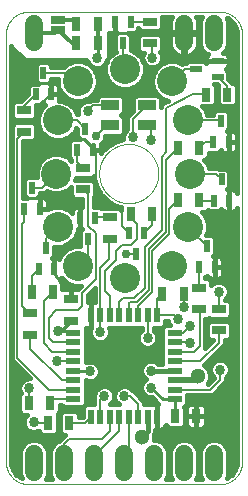
<source format=gtl>
G75*
%MOIN*%
%OFA0B0*%
%FSLAX25Y25*%
%IPPOS*%
%LPD*%
%AMOC8*
5,1,8,0,0,1.08239X$1,22.5*
%
%ADD10C,0.00000*%
%ADD11R,0.05000X0.02200*%
%ADD12R,0.02200X0.05000*%
%ADD13C,0.06000*%
%ADD14R,0.01969X0.03937*%
%ADD15R,0.04724X0.03150*%
%ADD16R,0.03150X0.04724*%
%ADD17R,0.03937X0.01969*%
%ADD18R,0.05906X0.03543*%
%ADD19C,0.10000*%
%ADD20R,0.05000X0.02500*%
%ADD21C,0.05118*%
%ADD22C,0.01200*%
%ADD23C,0.03369*%
%ADD24C,0.01000*%
%ADD25C,0.01600*%
%ADD26C,0.00800*%
%ADD27C,0.00600*%
%ADD28C,0.02975*%
%ADD29C,0.02000*%
D10*
X0001800Y0009513D02*
X0001800Y0151994D01*
X0001802Y0152175D01*
X0001809Y0152356D01*
X0001820Y0152537D01*
X0001835Y0152718D01*
X0001855Y0152898D01*
X0001879Y0153078D01*
X0001907Y0153257D01*
X0001940Y0153435D01*
X0001977Y0153612D01*
X0002018Y0153789D01*
X0002063Y0153964D01*
X0002113Y0154139D01*
X0002167Y0154312D01*
X0002225Y0154483D01*
X0002287Y0154654D01*
X0002354Y0154822D01*
X0002424Y0154989D01*
X0002498Y0155155D01*
X0002577Y0155318D01*
X0002659Y0155479D01*
X0002745Y0155639D01*
X0002835Y0155796D01*
X0002929Y0155951D01*
X0003026Y0156104D01*
X0003128Y0156254D01*
X0003232Y0156402D01*
X0003341Y0156548D01*
X0003452Y0156690D01*
X0003568Y0156830D01*
X0003686Y0156967D01*
X0003808Y0157102D01*
X0003933Y0157233D01*
X0004061Y0157361D01*
X0004192Y0157486D01*
X0004327Y0157608D01*
X0004464Y0157726D01*
X0004604Y0157842D01*
X0004746Y0157953D01*
X0004892Y0158062D01*
X0005040Y0158166D01*
X0005190Y0158268D01*
X0005343Y0158365D01*
X0005498Y0158459D01*
X0005655Y0158549D01*
X0005815Y0158635D01*
X0005976Y0158717D01*
X0006139Y0158796D01*
X0006305Y0158870D01*
X0006472Y0158940D01*
X0006640Y0159007D01*
X0006811Y0159069D01*
X0006982Y0159127D01*
X0007155Y0159181D01*
X0007330Y0159231D01*
X0007505Y0159276D01*
X0007682Y0159317D01*
X0007859Y0159354D01*
X0008037Y0159387D01*
X0008216Y0159415D01*
X0008396Y0159439D01*
X0008576Y0159459D01*
X0008757Y0159474D01*
X0008938Y0159485D01*
X0009119Y0159492D01*
X0009300Y0159494D01*
X0073040Y0159494D01*
X0073221Y0159492D01*
X0073402Y0159485D01*
X0073583Y0159474D01*
X0073764Y0159459D01*
X0073944Y0159439D01*
X0074124Y0159415D01*
X0074303Y0159387D01*
X0074481Y0159354D01*
X0074658Y0159317D01*
X0074835Y0159276D01*
X0075010Y0159231D01*
X0075185Y0159181D01*
X0075358Y0159127D01*
X0075529Y0159069D01*
X0075700Y0159007D01*
X0075868Y0158940D01*
X0076035Y0158870D01*
X0076201Y0158796D01*
X0076364Y0158717D01*
X0076525Y0158635D01*
X0076685Y0158549D01*
X0076842Y0158459D01*
X0076997Y0158365D01*
X0077150Y0158268D01*
X0077300Y0158166D01*
X0077448Y0158062D01*
X0077594Y0157953D01*
X0077736Y0157842D01*
X0077876Y0157726D01*
X0078013Y0157608D01*
X0078148Y0157486D01*
X0078279Y0157361D01*
X0078407Y0157233D01*
X0078532Y0157102D01*
X0078654Y0156967D01*
X0078772Y0156830D01*
X0078888Y0156690D01*
X0078999Y0156548D01*
X0079108Y0156402D01*
X0079212Y0156254D01*
X0079314Y0156104D01*
X0079411Y0155951D01*
X0079505Y0155796D01*
X0079595Y0155639D01*
X0079681Y0155479D01*
X0079763Y0155318D01*
X0079842Y0155155D01*
X0079916Y0154989D01*
X0079986Y0154822D01*
X0080053Y0154654D01*
X0080115Y0154483D01*
X0080173Y0154312D01*
X0080227Y0154139D01*
X0080277Y0153964D01*
X0080322Y0153789D01*
X0080363Y0153612D01*
X0080400Y0153435D01*
X0080433Y0153257D01*
X0080461Y0153078D01*
X0080485Y0152898D01*
X0080505Y0152718D01*
X0080520Y0152537D01*
X0080531Y0152356D01*
X0080538Y0152175D01*
X0080540Y0151994D01*
X0080540Y0009513D01*
X0080538Y0009332D01*
X0080531Y0009151D01*
X0080520Y0008970D01*
X0080505Y0008789D01*
X0080485Y0008609D01*
X0080461Y0008429D01*
X0080433Y0008250D01*
X0080400Y0008072D01*
X0080363Y0007895D01*
X0080322Y0007718D01*
X0080277Y0007543D01*
X0080227Y0007368D01*
X0080173Y0007195D01*
X0080115Y0007024D01*
X0080053Y0006853D01*
X0079986Y0006685D01*
X0079916Y0006518D01*
X0079842Y0006352D01*
X0079763Y0006189D01*
X0079681Y0006028D01*
X0079595Y0005868D01*
X0079505Y0005711D01*
X0079411Y0005556D01*
X0079314Y0005403D01*
X0079212Y0005253D01*
X0079108Y0005105D01*
X0078999Y0004959D01*
X0078888Y0004817D01*
X0078772Y0004677D01*
X0078654Y0004540D01*
X0078532Y0004405D01*
X0078407Y0004274D01*
X0078279Y0004146D01*
X0078148Y0004021D01*
X0078013Y0003899D01*
X0077876Y0003781D01*
X0077736Y0003665D01*
X0077594Y0003554D01*
X0077448Y0003445D01*
X0077300Y0003341D01*
X0077150Y0003239D01*
X0076997Y0003142D01*
X0076842Y0003048D01*
X0076685Y0002958D01*
X0076525Y0002872D01*
X0076364Y0002790D01*
X0076201Y0002711D01*
X0076035Y0002637D01*
X0075868Y0002567D01*
X0075700Y0002500D01*
X0075529Y0002438D01*
X0075358Y0002380D01*
X0075185Y0002326D01*
X0075010Y0002276D01*
X0074835Y0002231D01*
X0074658Y0002190D01*
X0074481Y0002153D01*
X0074303Y0002120D01*
X0074124Y0002092D01*
X0073944Y0002068D01*
X0073764Y0002048D01*
X0073583Y0002033D01*
X0073402Y0002022D01*
X0073221Y0002015D01*
X0073040Y0002013D01*
X0009300Y0002013D01*
X0009119Y0002015D01*
X0008938Y0002022D01*
X0008757Y0002033D01*
X0008576Y0002048D01*
X0008396Y0002068D01*
X0008216Y0002092D01*
X0008037Y0002120D01*
X0007859Y0002153D01*
X0007682Y0002190D01*
X0007505Y0002231D01*
X0007330Y0002276D01*
X0007155Y0002326D01*
X0006982Y0002380D01*
X0006811Y0002438D01*
X0006640Y0002500D01*
X0006472Y0002567D01*
X0006305Y0002637D01*
X0006139Y0002711D01*
X0005976Y0002790D01*
X0005815Y0002872D01*
X0005655Y0002958D01*
X0005498Y0003048D01*
X0005343Y0003142D01*
X0005190Y0003239D01*
X0005040Y0003341D01*
X0004892Y0003445D01*
X0004746Y0003554D01*
X0004604Y0003665D01*
X0004464Y0003781D01*
X0004327Y0003899D01*
X0004192Y0004021D01*
X0004061Y0004146D01*
X0003933Y0004274D01*
X0003808Y0004405D01*
X0003686Y0004540D01*
X0003568Y0004677D01*
X0003452Y0004817D01*
X0003341Y0004959D01*
X0003232Y0005105D01*
X0003128Y0005253D01*
X0003026Y0005403D01*
X0002929Y0005556D01*
X0002835Y0005711D01*
X0002745Y0005868D01*
X0002659Y0006028D01*
X0002577Y0006189D01*
X0002498Y0006352D01*
X0002424Y0006518D01*
X0002354Y0006685D01*
X0002287Y0006853D01*
X0002225Y0007024D01*
X0002167Y0007195D01*
X0002113Y0007368D01*
X0002063Y0007543D01*
X0002018Y0007718D01*
X0001977Y0007895D01*
X0001940Y0008072D01*
X0001907Y0008250D01*
X0001879Y0008429D01*
X0001855Y0008609D01*
X0001835Y0008789D01*
X0001820Y0008970D01*
X0001809Y0009151D01*
X0001802Y0009332D01*
X0001800Y0009513D01*
X0032902Y0105557D02*
X0032905Y0105799D01*
X0032914Y0106040D01*
X0032929Y0106281D01*
X0032949Y0106522D01*
X0032976Y0106762D01*
X0033009Y0107001D01*
X0033047Y0107240D01*
X0033091Y0107477D01*
X0033141Y0107714D01*
X0033197Y0107949D01*
X0033259Y0108182D01*
X0033326Y0108414D01*
X0033399Y0108645D01*
X0033477Y0108873D01*
X0033562Y0109099D01*
X0033651Y0109324D01*
X0033746Y0109546D01*
X0033847Y0109765D01*
X0033953Y0109983D01*
X0034064Y0110197D01*
X0034181Y0110409D01*
X0034302Y0110617D01*
X0034429Y0110823D01*
X0034561Y0111025D01*
X0034698Y0111225D01*
X0034839Y0111420D01*
X0034985Y0111613D01*
X0035136Y0111801D01*
X0035292Y0111986D01*
X0035452Y0112167D01*
X0035616Y0112344D01*
X0035785Y0112517D01*
X0035958Y0112686D01*
X0036135Y0112850D01*
X0036316Y0113010D01*
X0036501Y0113166D01*
X0036689Y0113317D01*
X0036882Y0113463D01*
X0037077Y0113604D01*
X0037277Y0113741D01*
X0037479Y0113873D01*
X0037685Y0114000D01*
X0037893Y0114121D01*
X0038105Y0114238D01*
X0038319Y0114349D01*
X0038537Y0114455D01*
X0038756Y0114556D01*
X0038978Y0114651D01*
X0039203Y0114740D01*
X0039429Y0114825D01*
X0039657Y0114903D01*
X0039888Y0114976D01*
X0040120Y0115043D01*
X0040353Y0115105D01*
X0040588Y0115161D01*
X0040825Y0115211D01*
X0041062Y0115255D01*
X0041301Y0115293D01*
X0041540Y0115326D01*
X0041780Y0115353D01*
X0042021Y0115373D01*
X0042262Y0115388D01*
X0042503Y0115397D01*
X0042745Y0115400D01*
X0042987Y0115397D01*
X0043228Y0115388D01*
X0043469Y0115373D01*
X0043710Y0115353D01*
X0043950Y0115326D01*
X0044189Y0115293D01*
X0044428Y0115255D01*
X0044665Y0115211D01*
X0044902Y0115161D01*
X0045137Y0115105D01*
X0045370Y0115043D01*
X0045602Y0114976D01*
X0045833Y0114903D01*
X0046061Y0114825D01*
X0046287Y0114740D01*
X0046512Y0114651D01*
X0046734Y0114556D01*
X0046953Y0114455D01*
X0047171Y0114349D01*
X0047385Y0114238D01*
X0047597Y0114121D01*
X0047805Y0114000D01*
X0048011Y0113873D01*
X0048213Y0113741D01*
X0048413Y0113604D01*
X0048608Y0113463D01*
X0048801Y0113317D01*
X0048989Y0113166D01*
X0049174Y0113010D01*
X0049355Y0112850D01*
X0049532Y0112686D01*
X0049705Y0112517D01*
X0049874Y0112344D01*
X0050038Y0112167D01*
X0050198Y0111986D01*
X0050354Y0111801D01*
X0050505Y0111613D01*
X0050651Y0111420D01*
X0050792Y0111225D01*
X0050929Y0111025D01*
X0051061Y0110823D01*
X0051188Y0110617D01*
X0051309Y0110409D01*
X0051426Y0110197D01*
X0051537Y0109983D01*
X0051643Y0109765D01*
X0051744Y0109546D01*
X0051839Y0109324D01*
X0051928Y0109099D01*
X0052013Y0108873D01*
X0052091Y0108645D01*
X0052164Y0108414D01*
X0052231Y0108182D01*
X0052293Y0107949D01*
X0052349Y0107714D01*
X0052399Y0107477D01*
X0052443Y0107240D01*
X0052481Y0107001D01*
X0052514Y0106762D01*
X0052541Y0106522D01*
X0052561Y0106281D01*
X0052576Y0106040D01*
X0052585Y0105799D01*
X0052588Y0105557D01*
X0052585Y0105315D01*
X0052576Y0105074D01*
X0052561Y0104833D01*
X0052541Y0104592D01*
X0052514Y0104352D01*
X0052481Y0104113D01*
X0052443Y0103874D01*
X0052399Y0103637D01*
X0052349Y0103400D01*
X0052293Y0103165D01*
X0052231Y0102932D01*
X0052164Y0102700D01*
X0052091Y0102469D01*
X0052013Y0102241D01*
X0051928Y0102015D01*
X0051839Y0101790D01*
X0051744Y0101568D01*
X0051643Y0101349D01*
X0051537Y0101131D01*
X0051426Y0100917D01*
X0051309Y0100705D01*
X0051188Y0100497D01*
X0051061Y0100291D01*
X0050929Y0100089D01*
X0050792Y0099889D01*
X0050651Y0099694D01*
X0050505Y0099501D01*
X0050354Y0099313D01*
X0050198Y0099128D01*
X0050038Y0098947D01*
X0049874Y0098770D01*
X0049705Y0098597D01*
X0049532Y0098428D01*
X0049355Y0098264D01*
X0049174Y0098104D01*
X0048989Y0097948D01*
X0048801Y0097797D01*
X0048608Y0097651D01*
X0048413Y0097510D01*
X0048213Y0097373D01*
X0048011Y0097241D01*
X0047805Y0097114D01*
X0047597Y0096993D01*
X0047385Y0096876D01*
X0047171Y0096765D01*
X0046953Y0096659D01*
X0046734Y0096558D01*
X0046512Y0096463D01*
X0046287Y0096374D01*
X0046061Y0096289D01*
X0045833Y0096211D01*
X0045602Y0096138D01*
X0045370Y0096071D01*
X0045137Y0096009D01*
X0044902Y0095953D01*
X0044665Y0095903D01*
X0044428Y0095859D01*
X0044189Y0095821D01*
X0043950Y0095788D01*
X0043710Y0095761D01*
X0043469Y0095741D01*
X0043228Y0095726D01*
X0042987Y0095717D01*
X0042745Y0095714D01*
X0042503Y0095717D01*
X0042262Y0095726D01*
X0042021Y0095741D01*
X0041780Y0095761D01*
X0041540Y0095788D01*
X0041301Y0095821D01*
X0041062Y0095859D01*
X0040825Y0095903D01*
X0040588Y0095953D01*
X0040353Y0096009D01*
X0040120Y0096071D01*
X0039888Y0096138D01*
X0039657Y0096211D01*
X0039429Y0096289D01*
X0039203Y0096374D01*
X0038978Y0096463D01*
X0038756Y0096558D01*
X0038537Y0096659D01*
X0038319Y0096765D01*
X0038105Y0096876D01*
X0037893Y0096993D01*
X0037685Y0097114D01*
X0037479Y0097241D01*
X0037277Y0097373D01*
X0037077Y0097510D01*
X0036882Y0097651D01*
X0036689Y0097797D01*
X0036501Y0097948D01*
X0036316Y0098104D01*
X0036135Y0098264D01*
X0035958Y0098428D01*
X0035785Y0098597D01*
X0035616Y0098770D01*
X0035452Y0098947D01*
X0035292Y0099128D01*
X0035136Y0099313D01*
X0034985Y0099501D01*
X0034839Y0099694D01*
X0034698Y0099889D01*
X0034561Y0100089D01*
X0034429Y0100291D01*
X0034302Y0100497D01*
X0034181Y0100705D01*
X0034064Y0100917D01*
X0033953Y0101131D01*
X0033847Y0101349D01*
X0033746Y0101568D01*
X0033651Y0101790D01*
X0033562Y0102015D01*
X0033477Y0102241D01*
X0033399Y0102469D01*
X0033326Y0102700D01*
X0033259Y0102932D01*
X0033197Y0103165D01*
X0033141Y0103400D01*
X0033091Y0103637D01*
X0033047Y0103874D01*
X0033009Y0104113D01*
X0032976Y0104352D01*
X0032949Y0104592D01*
X0032929Y0104833D01*
X0032914Y0105074D01*
X0032905Y0105315D01*
X0032902Y0105557D01*
D11*
X0024270Y0052407D03*
X0024270Y0049257D03*
X0024270Y0046108D03*
X0024270Y0042958D03*
X0024270Y0039809D03*
X0024270Y0036659D03*
X0024270Y0033509D03*
X0024270Y0030360D03*
X0058070Y0030360D03*
X0058070Y0033509D03*
X0058070Y0036659D03*
X0058070Y0039809D03*
X0058070Y0042958D03*
X0058070Y0046108D03*
X0058070Y0049257D03*
X0058070Y0052407D03*
D12*
X0052194Y0058283D03*
X0049044Y0058283D03*
X0045894Y0058283D03*
X0042745Y0058283D03*
X0039595Y0058283D03*
X0036446Y0058283D03*
X0033296Y0058283D03*
X0030146Y0058283D03*
X0030146Y0024483D03*
X0033296Y0024483D03*
X0036446Y0024483D03*
X0039595Y0024483D03*
X0042745Y0024483D03*
X0045894Y0024483D03*
X0049044Y0024483D03*
X0052194Y0024483D03*
D13*
X0051170Y0012100D02*
X0051170Y0006100D01*
X0061170Y0006100D02*
X0061170Y0012100D01*
X0071170Y0012100D02*
X0071170Y0006100D01*
X0041170Y0006100D02*
X0041170Y0012100D01*
X0031170Y0012100D02*
X0031170Y0006100D01*
X0021170Y0006100D02*
X0021170Y0012100D01*
X0011170Y0012100D02*
X0011170Y0006100D01*
X0011170Y0149407D02*
X0011170Y0155407D01*
X0061170Y0155407D02*
X0061170Y0149407D01*
X0071170Y0149407D02*
X0071170Y0155407D01*
D14*
X0073473Y0123159D03*
X0070914Y0116072D03*
X0076032Y0116072D03*
X0073666Y0103639D03*
X0071107Y0096553D03*
X0076225Y0096553D03*
X0068824Y0081360D03*
X0071383Y0074273D03*
X0066265Y0074273D03*
X0047859Y0085757D03*
X0045300Y0078670D03*
X0042741Y0085757D03*
X0031643Y0090754D03*
X0029083Y0083667D03*
X0026524Y0090754D03*
X0017833Y0073653D03*
X0015274Y0080739D03*
X0012715Y0073653D03*
X0013086Y0093813D03*
X0010527Y0100899D03*
X0007968Y0093813D03*
X0025556Y0113470D03*
X0028115Y0120557D03*
X0030674Y0113470D03*
X0016859Y0131970D03*
X0014300Y0139057D03*
X0011741Y0131970D03*
X0038241Y0156057D03*
X0040800Y0148970D03*
X0043359Y0156057D03*
D15*
X0049918Y0156143D03*
X0049918Y0149057D03*
X0027558Y0107361D03*
X0027558Y0100274D03*
X0036517Y0090949D03*
X0036517Y0083862D03*
X0023500Y0063657D03*
X0023500Y0056570D03*
X0009774Y0058919D03*
X0009774Y0051832D03*
X0007922Y0119557D03*
X0007922Y0126643D03*
X0066292Y0067433D03*
X0066292Y0060346D03*
X0072800Y0060357D03*
X0072800Y0053270D03*
D16*
X0061043Y0065513D03*
X0053957Y0065513D03*
X0050543Y0092013D03*
X0043457Y0092013D03*
X0059060Y0096647D03*
X0066146Y0096647D03*
X0066206Y0114147D03*
X0059119Y0114147D03*
X0068501Y0131872D03*
X0075587Y0131872D03*
X0032343Y0149013D03*
X0032343Y0155513D03*
X0025257Y0155513D03*
X0025257Y0149013D03*
X0017440Y0066187D03*
X0010354Y0066187D03*
X0009457Y0029113D03*
X0015857Y0022513D03*
X0016543Y0029113D03*
X0022943Y0022513D03*
X0058157Y0024713D03*
X0065243Y0024713D03*
D17*
X0072343Y0137899D03*
X0072343Y0143017D03*
X0065257Y0140458D03*
D18*
X0048847Y0128285D03*
X0048847Y0121592D03*
X0036643Y0121592D03*
X0036643Y0128285D03*
D19*
X0041495Y0140271D03*
X0057243Y0136334D03*
X0062617Y0123273D03*
X0063117Y0105557D03*
X0062617Y0087840D03*
X0057243Y0074779D03*
X0041495Y0070842D03*
X0025747Y0074779D03*
X0019123Y0087840D03*
X0018623Y0105557D03*
X0019123Y0123273D03*
X0025747Y0136334D03*
D20*
X0019300Y0153413D03*
X0019300Y0156613D03*
D21*
X0065800Y0038013D03*
X0047000Y0017813D03*
D22*
X0032343Y0149013D02*
X0032343Y0155513D01*
X0025257Y0155513D02*
X0024157Y0156613D01*
X0019300Y0156613D01*
X0019300Y0153413D02*
X0018294Y0152407D01*
X0011170Y0152407D01*
X0019300Y0153413D02*
X0023700Y0149013D01*
X0025257Y0149013D01*
D23*
X0032200Y0144013D03*
X0029000Y0126413D03*
X0044200Y0117613D03*
X0050000Y0116613D03*
X0050600Y0144213D03*
X0072800Y0066213D03*
X0063200Y0054613D03*
X0063200Y0049213D03*
X0059000Y0057213D03*
X0061000Y0061213D03*
X0050200Y0039813D03*
X0050200Y0034213D03*
X0049000Y0050813D03*
X0040400Y0052613D03*
X0033200Y0052613D03*
X0029800Y0039613D03*
X0034600Y0031413D03*
X0041200Y0031413D03*
X0019000Y0053213D03*
X0018800Y0043013D03*
X0009600Y0034013D03*
X0011000Y0022613D03*
X0073200Y0040213D03*
D24*
X0058070Y0030360D02*
X0058070Y0024800D01*
X0058157Y0024713D01*
X0058070Y0030360D02*
X0054054Y0030360D01*
X0050200Y0034213D01*
X0029800Y0039613D02*
X0029605Y0039809D01*
X0024270Y0039809D01*
X0024270Y0052407D02*
X0023464Y0053213D01*
X0019000Y0053213D01*
X0020143Y0053213D01*
X0023500Y0056570D01*
X0023500Y0063657D02*
X0023500Y0066113D01*
X0018000Y0071613D01*
X0018000Y0073486D01*
X0017833Y0073653D01*
X0013086Y0093813D02*
X0013086Y0097413D01*
X0007800Y0097413D01*
X0007800Y0115013D01*
X0012302Y0115013D01*
X0021200Y0115013D01*
X0023200Y0117013D01*
X0027800Y0117013D01*
X0030674Y0114139D01*
X0030674Y0113470D01*
X0016859Y0131970D02*
X0016859Y0135813D01*
X0006400Y0135813D01*
X0032200Y0144013D02*
X0032343Y0144157D01*
X0032343Y0149013D01*
X0038241Y0152407D02*
X0038241Y0156057D01*
X0038241Y0152407D02*
X0061170Y0152407D01*
D25*
X0004043Y0006835D02*
X0005128Y0005341D01*
X0006621Y0004256D01*
X0007007Y0004131D01*
X0006570Y0005185D01*
X0006570Y0013015D01*
X0007270Y0014706D01*
X0008564Y0016000D01*
X0010255Y0016700D01*
X0012085Y0016700D01*
X0013776Y0016000D01*
X0015070Y0014706D01*
X0015770Y0013015D01*
X0015770Y0005185D01*
X0015119Y0003613D01*
X0017221Y0003613D01*
X0016570Y0005185D01*
X0016570Y0013015D01*
X0017270Y0014706D01*
X0018564Y0016000D01*
X0019236Y0016278D01*
X0020800Y0017842D01*
X0021509Y0018551D01*
X0020706Y0018551D01*
X0019769Y0019488D01*
X0019769Y0025538D01*
X0020706Y0026476D01*
X0025181Y0026476D01*
X0026118Y0025538D01*
X0026118Y0024413D01*
X0027389Y0024413D01*
X0027446Y0024470D01*
X0027446Y0027646D01*
X0028384Y0028583D01*
X0031296Y0028583D01*
X0031296Y0030938D01*
X0031316Y0030958D01*
X0031316Y0032067D01*
X0031816Y0033274D01*
X0032740Y0034198D01*
X0033947Y0034698D01*
X0035253Y0034698D01*
X0036460Y0034198D01*
X0037384Y0033274D01*
X0037884Y0032067D01*
X0037884Y0030760D01*
X0037384Y0029553D01*
X0036460Y0028629D01*
X0036350Y0028583D01*
X0039450Y0028583D01*
X0039340Y0028629D01*
X0038416Y0029553D01*
X0037916Y0030760D01*
X0037916Y0032067D01*
X0038416Y0033274D01*
X0039340Y0034198D01*
X0040547Y0034698D01*
X0041853Y0034698D01*
X0043060Y0034198D01*
X0043845Y0033413D01*
X0044028Y0033413D01*
X0045200Y0032242D01*
X0047894Y0029547D01*
X0047894Y0028583D01*
X0050265Y0028583D01*
X0050399Y0028661D01*
X0050857Y0028783D01*
X0052194Y0028783D01*
X0052194Y0024484D01*
X0052194Y0024484D01*
X0052194Y0028783D01*
X0052660Y0028783D01*
X0050514Y0030929D01*
X0049547Y0030929D01*
X0048340Y0031429D01*
X0047416Y0032353D01*
X0046916Y0033560D01*
X0046916Y0034867D01*
X0047416Y0036074D01*
X0048340Y0036998D01*
X0048378Y0037013D01*
X0048340Y0037029D01*
X0047416Y0037953D01*
X0046916Y0039160D01*
X0046916Y0040467D01*
X0047416Y0041674D01*
X0048340Y0042598D01*
X0049547Y0043098D01*
X0050853Y0043098D01*
X0052060Y0042598D01*
X0052449Y0042209D01*
X0053970Y0042209D01*
X0053970Y0054170D01*
X0054907Y0055107D01*
X0056462Y0055107D01*
X0056216Y0055353D01*
X0055789Y0056383D01*
X0054894Y0056383D01*
X0054894Y0055121D01*
X0053956Y0054183D01*
X0051044Y0054183D01*
X0051044Y0053414D01*
X0051784Y0052674D01*
X0052284Y0051467D01*
X0052284Y0050160D01*
X0051784Y0048953D01*
X0050860Y0048029D01*
X0049653Y0047529D01*
X0048347Y0047529D01*
X0047140Y0048029D01*
X0046216Y0048953D01*
X0045716Y0050160D01*
X0045716Y0051467D01*
X0046216Y0052674D01*
X0047044Y0053502D01*
X0047044Y0054183D01*
X0036104Y0054183D01*
X0036484Y0053267D01*
X0036484Y0051960D01*
X0035984Y0050753D01*
X0035060Y0049829D01*
X0033853Y0049329D01*
X0032547Y0049329D01*
X0031340Y0049829D01*
X0030416Y0050753D01*
X0029916Y0051960D01*
X0029916Y0053267D01*
X0030213Y0053983D01*
X0030147Y0053983D01*
X0030147Y0058283D01*
X0030146Y0058283D01*
X0030146Y0053983D01*
X0028809Y0053983D01*
X0028370Y0054101D01*
X0028370Y0042576D01*
X0029147Y0042898D01*
X0030453Y0042898D01*
X0031660Y0042398D01*
X0032584Y0041474D01*
X0033084Y0040267D01*
X0033084Y0038960D01*
X0032584Y0037753D01*
X0031660Y0036829D01*
X0030453Y0036329D01*
X0029147Y0036329D01*
X0028370Y0036651D01*
X0028370Y0028597D01*
X0027433Y0027660D01*
X0021107Y0027660D01*
X0020307Y0028460D01*
X0019718Y0028460D01*
X0019718Y0026088D01*
X0019031Y0025402D01*
X0019031Y0019488D01*
X0018094Y0018551D01*
X0013619Y0018551D01*
X0012682Y0019488D01*
X0012682Y0019755D01*
X0011653Y0019329D01*
X0010347Y0019329D01*
X0009140Y0019829D01*
X0008216Y0020753D01*
X0007716Y0021960D01*
X0007716Y0023267D01*
X0008216Y0024474D01*
X0008893Y0025151D01*
X0007219Y0025151D01*
X0006282Y0026088D01*
X0006282Y0032138D01*
X0006664Y0032520D01*
X0006316Y0033360D01*
X0006316Y0034667D01*
X0006816Y0035874D01*
X0007740Y0036798D01*
X0008947Y0037298D01*
X0009829Y0037298D01*
X0004813Y0042313D01*
X0003700Y0043426D01*
X0003700Y0118022D01*
X0003960Y0118281D01*
X0003960Y0121794D01*
X0004897Y0122731D01*
X0010947Y0122731D01*
X0011884Y0121794D01*
X0011884Y0117319D01*
X0010947Y0116382D01*
X0007500Y0116382D01*
X0007500Y0097381D01*
X0008829Y0097381D01*
X0007943Y0098268D01*
X0007943Y0103530D01*
X0008880Y0104468D01*
X0012023Y0104468D01*
X0012023Y0106870D01*
X0013028Y0109295D01*
X0014884Y0111152D01*
X0017310Y0112157D01*
X0019936Y0112157D01*
X0022361Y0111152D01*
X0023656Y0109857D01*
X0023656Y0110155D01*
X0022972Y0110839D01*
X0022972Y0116101D01*
X0023909Y0117039D01*
X0026418Y0117039D01*
X0025531Y0117925D01*
X0025531Y0120313D01*
X0025184Y0120659D01*
X0024718Y0119535D01*
X0022861Y0117678D01*
X0020436Y0116673D01*
X0017810Y0116673D01*
X0015384Y0117678D01*
X0013528Y0119535D01*
X0012523Y0121960D01*
X0012523Y0124586D01*
X0013528Y0127012D01*
X0014964Y0128449D01*
X0014770Y0128561D01*
X0014434Y0128896D01*
X0014232Y0129246D01*
X0013388Y0128402D01*
X0011884Y0128402D01*
X0011884Y0124406D01*
X0010947Y0123469D01*
X0004897Y0123469D01*
X0003960Y0124406D01*
X0003960Y0128881D01*
X0004897Y0129818D01*
X0006902Y0129818D01*
X0009157Y0132073D01*
X0009157Y0134601D01*
X0010094Y0135539D01*
X0012603Y0135539D01*
X0011716Y0136425D01*
X0011716Y0141688D01*
X0012653Y0142625D01*
X0015947Y0142625D01*
X0016884Y0141688D01*
X0016884Y0141057D01*
X0021135Y0141057D01*
X0022008Y0141929D01*
X0024434Y0142934D01*
X0027060Y0142934D01*
X0029485Y0141929D01*
X0031342Y0140073D01*
X0032347Y0137647D01*
X0032347Y0135021D01*
X0031342Y0132596D01*
X0029485Y0130739D01*
X0027060Y0129734D01*
X0024434Y0129734D01*
X0022008Y0130739D01*
X0020152Y0132596D01*
X0019643Y0133823D01*
X0019643Y0131970D01*
X0016859Y0131970D01*
X0016859Y0131970D01*
X0016859Y0135739D01*
X0016197Y0135739D01*
X0016884Y0136425D01*
X0016884Y0137057D01*
X0019147Y0137057D01*
X0019147Y0135181D01*
X0018949Y0135379D01*
X0018538Y0135616D01*
X0018080Y0135739D01*
X0016859Y0135739D01*
X0016859Y0131970D01*
X0016859Y0131970D01*
X0019643Y0131970D01*
X0019643Y0129873D01*
X0020436Y0129873D01*
X0022861Y0128868D01*
X0024718Y0127012D01*
X0025438Y0125273D01*
X0025917Y0125273D01*
X0025716Y0125760D01*
X0025716Y0127067D01*
X0026216Y0128274D01*
X0027140Y0129198D01*
X0028347Y0129698D01*
X0029597Y0129698D01*
X0030085Y0130185D01*
X0032090Y0130185D01*
X0032090Y0130719D01*
X0033027Y0131657D01*
X0040258Y0131657D01*
X0041195Y0130719D01*
X0041195Y0125851D01*
X0040283Y0124939D01*
X0041195Y0124027D01*
X0041195Y0119158D01*
X0040258Y0118220D01*
X0034887Y0118220D01*
X0034887Y0117399D01*
X0034417Y0116265D01*
X0033549Y0115396D01*
X0033458Y0115358D01*
X0033458Y0113470D01*
X0030674Y0113470D01*
X0030674Y0113470D01*
X0033458Y0113470D01*
X0033458Y0112357D01*
X0033589Y0112583D01*
X0035719Y0114713D01*
X0038328Y0116219D01*
X0040933Y0116917D01*
X0040916Y0116960D01*
X0040916Y0118267D01*
X0041416Y0119474D01*
X0042300Y0120358D01*
X0042300Y0124425D01*
X0044294Y0126419D01*
X0044294Y0130719D01*
X0045232Y0131657D01*
X0052463Y0131657D01*
X0053400Y0130719D01*
X0053400Y0127822D01*
X0053400Y0127822D01*
X0053400Y0128300D01*
X0053639Y0128540D01*
X0053746Y0128861D01*
X0054175Y0129075D01*
X0054513Y0129413D01*
X0054851Y0129413D01*
X0055691Y0129833D01*
X0053504Y0130739D01*
X0051648Y0132596D01*
X0050643Y0135021D01*
X0050643Y0137647D01*
X0051648Y0140073D01*
X0053504Y0141929D01*
X0055930Y0142934D01*
X0058556Y0142934D01*
X0060394Y0142173D01*
X0060580Y0142358D01*
X0061941Y0142358D01*
X0062625Y0143043D01*
X0067888Y0143043D01*
X0068575Y0142356D01*
X0068575Y0143017D01*
X0072343Y0143017D01*
X0072343Y0143017D01*
X0068575Y0143017D01*
X0068575Y0144239D01*
X0068697Y0144696D01*
X0068934Y0145107D01*
X0069109Y0145282D01*
X0068564Y0145507D01*
X0067270Y0146801D01*
X0066570Y0148492D01*
X0066570Y0156322D01*
X0067221Y0157894D01*
X0065290Y0157894D01*
X0065618Y0157250D01*
X0065852Y0156531D01*
X0065970Y0155785D01*
X0065970Y0152607D01*
X0061370Y0152607D01*
X0061370Y0152207D01*
X0061370Y0144607D01*
X0061548Y0144607D01*
X0062294Y0144725D01*
X0063013Y0144959D01*
X0063686Y0145302D01*
X0064297Y0145746D01*
X0064831Y0146280D01*
X0065275Y0146891D01*
X0065618Y0147565D01*
X0065852Y0148283D01*
X0065970Y0149029D01*
X0065970Y0152207D01*
X0061370Y0152207D01*
X0060970Y0152207D01*
X0060970Y0144607D01*
X0060792Y0144607D01*
X0060046Y0144725D01*
X0059328Y0144959D01*
X0058654Y0145302D01*
X0058043Y0145746D01*
X0057509Y0146280D01*
X0057065Y0146891D01*
X0056722Y0147565D01*
X0056488Y0148283D01*
X0056370Y0149029D01*
X0056370Y0152207D01*
X0060970Y0152207D01*
X0060970Y0152607D01*
X0056370Y0152607D01*
X0056370Y0155785D01*
X0056488Y0156531D01*
X0056722Y0157250D01*
X0057050Y0157894D01*
X0053880Y0157894D01*
X0053880Y0153906D01*
X0052943Y0152969D01*
X0046893Y0152969D01*
X0045956Y0153906D01*
X0045956Y0154157D01*
X0045943Y0154157D01*
X0045943Y0153425D01*
X0045006Y0152488D01*
X0042497Y0152488D01*
X0043384Y0151601D01*
X0043384Y0146632D01*
X0045233Y0145866D01*
X0047090Y0144010D01*
X0048095Y0141584D01*
X0048095Y0138958D01*
X0047090Y0136533D01*
X0045233Y0134676D01*
X0042808Y0133671D01*
X0040182Y0133671D01*
X0037756Y0134676D01*
X0035900Y0136533D01*
X0034895Y0138958D01*
X0034895Y0141584D01*
X0035628Y0143355D01*
X0035379Y0143105D01*
X0034984Y0142153D01*
X0034060Y0141229D01*
X0032853Y0140729D01*
X0031547Y0140729D01*
X0030340Y0141229D01*
X0029416Y0142153D01*
X0029163Y0142764D01*
X0028613Y0143313D01*
X0008013Y0143313D01*
X0003613Y0147713D01*
X0003400Y0147926D01*
X0003400Y0009513D01*
X0003473Y0008590D01*
X0004043Y0006835D01*
X0004062Y0006809D02*
X0006570Y0006809D01*
X0006570Y0008407D02*
X0003532Y0008407D01*
X0003400Y0010006D02*
X0006570Y0010006D01*
X0006570Y0011604D02*
X0003400Y0011604D01*
X0003400Y0013203D02*
X0006648Y0013203D01*
X0007366Y0014801D02*
X0003400Y0014801D01*
X0003400Y0016400D02*
X0009531Y0016400D01*
X0009700Y0019597D02*
X0003400Y0019597D01*
X0003400Y0017998D02*
X0020957Y0017998D01*
X0019769Y0019597D02*
X0019031Y0019597D01*
X0019031Y0021196D02*
X0019769Y0021196D01*
X0019769Y0022794D02*
X0019031Y0022794D01*
X0019031Y0024393D02*
X0019769Y0024393D01*
X0019621Y0025991D02*
X0020221Y0025991D01*
X0019718Y0027590D02*
X0027446Y0027590D01*
X0027446Y0025991D02*
X0025665Y0025991D01*
X0028370Y0029188D02*
X0031296Y0029188D01*
X0031296Y0030787D02*
X0028370Y0030787D01*
X0028370Y0032385D02*
X0031448Y0032385D01*
X0032526Y0033984D02*
X0028370Y0033984D01*
X0028370Y0035582D02*
X0047212Y0035582D01*
X0046916Y0033984D02*
X0043274Y0033984D01*
X0045057Y0032385D02*
X0047402Y0032385D01*
X0046655Y0030787D02*
X0050657Y0030787D01*
X0052255Y0029188D02*
X0047894Y0029188D01*
X0049044Y0024483D02*
X0049044Y0019857D01*
X0047000Y0017813D01*
X0051041Y0016700D02*
X0051159Y0016986D01*
X0051159Y0018641D01*
X0051148Y0018666D01*
X0051444Y0019380D01*
X0051444Y0020183D01*
X0052194Y0020183D01*
X0053531Y0020183D01*
X0053988Y0020306D01*
X0054399Y0020543D01*
X0054734Y0020878D01*
X0054971Y0021289D01*
X0055058Y0021613D01*
X0055919Y0020751D01*
X0060394Y0020751D01*
X0061331Y0021688D01*
X0061331Y0027738D01*
X0061321Y0027748D01*
X0062170Y0028597D01*
X0062170Y0031609D01*
X0070683Y0031609D01*
X0071796Y0032722D01*
X0073987Y0034913D01*
X0075100Y0036026D01*
X0075100Y0037469D01*
X0075984Y0038353D01*
X0076484Y0039560D01*
X0076484Y0040867D01*
X0075984Y0042074D01*
X0075060Y0042998D01*
X0073853Y0043498D01*
X0072547Y0043498D01*
X0071340Y0042998D01*
X0070416Y0042074D01*
X0069916Y0040867D01*
X0069916Y0039560D01*
X0070416Y0038353D01*
X0071234Y0037535D01*
X0069109Y0035409D01*
X0069078Y0035409D01*
X0069326Y0035657D01*
X0069959Y0037186D01*
X0069959Y0038841D01*
X0069326Y0040369D01*
X0068156Y0041539D01*
X0067913Y0041640D01*
X0073587Y0047313D01*
X0074700Y0048426D01*
X0074700Y0050095D01*
X0075825Y0050095D01*
X0076762Y0051033D01*
X0076762Y0055508D01*
X0075825Y0056445D01*
X0069775Y0056445D01*
X0068838Y0055508D01*
X0068838Y0051033D01*
X0069775Y0050095D01*
X0070900Y0050095D01*
X0070900Y0050000D01*
X0068300Y0047400D01*
X0068300Y0057172D01*
X0069317Y0057172D01*
X0069551Y0057406D01*
X0069775Y0057182D01*
X0075825Y0057182D01*
X0076762Y0058119D01*
X0076762Y0062594D01*
X0075825Y0063531D01*
X0074763Y0063531D01*
X0075584Y0064353D01*
X0076084Y0065560D01*
X0076084Y0066867D01*
X0075584Y0068074D01*
X0074660Y0068998D01*
X0073453Y0069498D01*
X0072147Y0069498D01*
X0070940Y0068998D01*
X0070254Y0068312D01*
X0070254Y0069671D01*
X0069317Y0070608D01*
X0068192Y0070608D01*
X0068192Y0070985D01*
X0068756Y0071549D01*
X0068958Y0071199D01*
X0069293Y0070864D01*
X0069704Y0070627D01*
X0070161Y0070505D01*
X0071383Y0070505D01*
X0072604Y0070505D01*
X0073062Y0070627D01*
X0073472Y0070864D01*
X0073807Y0071199D01*
X0074044Y0071610D01*
X0074167Y0072068D01*
X0074167Y0074273D01*
X0071383Y0074273D01*
X0071383Y0074273D01*
X0071383Y0070505D01*
X0071383Y0074273D01*
X0071383Y0074273D01*
X0074167Y0074273D01*
X0074167Y0076479D01*
X0074044Y0076937D01*
X0073807Y0077347D01*
X0073472Y0077682D01*
X0073062Y0077919D01*
X0072604Y0078042D01*
X0071383Y0078042D01*
X0071383Y0074273D01*
X0071383Y0074273D01*
X0071383Y0078042D01*
X0070721Y0078042D01*
X0071408Y0078729D01*
X0071408Y0083991D01*
X0070471Y0084928D01*
X0068555Y0084928D01*
X0069217Y0086527D01*
X0069217Y0089153D01*
X0068212Y0091579D01*
X0067106Y0092685D01*
X0068384Y0092685D01*
X0069072Y0093373D01*
X0069460Y0092984D01*
X0072754Y0092984D01*
X0073599Y0093829D01*
X0073801Y0093479D01*
X0074136Y0093144D01*
X0074546Y0092907D01*
X0075004Y0092784D01*
X0076225Y0092784D01*
X0076225Y0096553D01*
X0076225Y0100321D01*
X0075563Y0100321D01*
X0076250Y0101008D01*
X0076250Y0106271D01*
X0075313Y0107208D01*
X0072785Y0107208D01*
X0072536Y0107457D01*
X0069474Y0107457D01*
X0068712Y0109295D01*
X0067822Y0110185D01*
X0068443Y0110185D01*
X0069380Y0111122D01*
X0069380Y0112504D01*
X0072561Y0112504D01*
X0073406Y0113348D01*
X0073608Y0112999D01*
X0073943Y0112664D01*
X0074353Y0112427D01*
X0074811Y0112304D01*
X0076032Y0112304D01*
X0076032Y0116072D01*
X0076032Y0116072D01*
X0076032Y0112304D01*
X0077254Y0112304D01*
X0077711Y0112427D01*
X0078122Y0112664D01*
X0078457Y0112999D01*
X0078694Y0113409D01*
X0078817Y0113867D01*
X0078817Y0116072D01*
X0076032Y0116072D01*
X0076032Y0116072D01*
X0076032Y0116073D02*
X0076032Y0119841D01*
X0075371Y0119841D01*
X0076057Y0120528D01*
X0076057Y0125790D01*
X0075120Y0126728D01*
X0071826Y0126728D01*
X0070889Y0125790D01*
X0070889Y0125173D01*
X0068974Y0125173D01*
X0068212Y0127012D01*
X0067314Y0127909D01*
X0070738Y0127909D01*
X0071676Y0128847D01*
X0071676Y0134897D01*
X0071257Y0135315D01*
X0072241Y0135315D01*
X0072536Y0135020D01*
X0072413Y0134897D01*
X0072413Y0128847D01*
X0073350Y0127909D01*
X0077825Y0127909D01*
X0078762Y0128847D01*
X0078762Y0134897D01*
X0077825Y0135834D01*
X0077096Y0135834D01*
X0075912Y0137018D01*
X0075912Y0139546D01*
X0075067Y0140391D01*
X0075417Y0140593D01*
X0075752Y0140928D01*
X0075989Y0141338D01*
X0076112Y0141796D01*
X0076112Y0143017D01*
X0072343Y0143017D01*
X0072343Y0143017D01*
X0076112Y0143017D01*
X0076112Y0144239D01*
X0075989Y0144696D01*
X0075752Y0145107D01*
X0075417Y0145442D01*
X0075007Y0145679D01*
X0074549Y0145802D01*
X0074070Y0145802D01*
X0075070Y0146801D01*
X0075770Y0148492D01*
X0075770Y0156322D01*
X0075334Y0157376D01*
X0075719Y0157251D01*
X0077212Y0156166D01*
X0078297Y0154672D01*
X0078868Y0152917D01*
X0078940Y0151994D01*
X0078940Y0099017D01*
X0078887Y0099216D01*
X0078650Y0099626D01*
X0078315Y0099962D01*
X0077904Y0100199D01*
X0077446Y0100321D01*
X0076225Y0100321D01*
X0076225Y0096553D01*
X0076225Y0096553D01*
X0076225Y0096553D01*
X0076225Y0092784D01*
X0077446Y0092784D01*
X0077904Y0092907D01*
X0078315Y0093144D01*
X0078650Y0093479D01*
X0078887Y0093889D01*
X0078940Y0094089D01*
X0078940Y0009513D01*
X0078868Y0008590D01*
X0078297Y0006835D01*
X0077212Y0005341D01*
X0075719Y0004256D01*
X0075334Y0004131D01*
X0075770Y0005185D01*
X0075770Y0013015D01*
X0075070Y0014706D01*
X0073776Y0016000D01*
X0072085Y0016700D01*
X0070255Y0016700D01*
X0068564Y0016000D01*
X0067270Y0014706D01*
X0066570Y0013015D01*
X0066570Y0005185D01*
X0067221Y0003613D01*
X0065119Y0003613D01*
X0065770Y0005185D01*
X0065770Y0013015D01*
X0065070Y0014706D01*
X0063776Y0016000D01*
X0062085Y0016700D01*
X0060255Y0016700D01*
X0058564Y0016000D01*
X0057270Y0014706D01*
X0056570Y0013015D01*
X0056570Y0005185D01*
X0057221Y0003613D01*
X0055119Y0003613D01*
X0055770Y0005185D01*
X0055770Y0013015D01*
X0055070Y0014706D01*
X0053776Y0016000D01*
X0052085Y0016700D01*
X0051041Y0016700D01*
X0051159Y0017998D02*
X0078940Y0017998D01*
X0078940Y0016400D02*
X0072809Y0016400D01*
X0074974Y0014801D02*
X0078940Y0014801D01*
X0078940Y0013203D02*
X0075692Y0013203D01*
X0075770Y0011604D02*
X0078940Y0011604D01*
X0078940Y0010006D02*
X0075770Y0010006D01*
X0075770Y0008407D02*
X0078808Y0008407D01*
X0078278Y0006809D02*
X0075770Y0006809D01*
X0075770Y0005210D02*
X0077032Y0005210D01*
X0069531Y0016400D02*
X0062809Y0016400D01*
X0064974Y0014801D02*
X0067366Y0014801D01*
X0066648Y0013203D02*
X0065692Y0013203D01*
X0065770Y0011604D02*
X0066570Y0011604D01*
X0066570Y0010006D02*
X0065770Y0010006D01*
X0065770Y0008407D02*
X0066570Y0008407D01*
X0066570Y0006809D02*
X0065770Y0006809D01*
X0065770Y0005210D02*
X0066570Y0005210D01*
X0059531Y0016400D02*
X0052809Y0016400D01*
X0054974Y0014801D02*
X0057366Y0014801D01*
X0056648Y0013203D02*
X0055692Y0013203D01*
X0055770Y0011604D02*
X0056570Y0011604D01*
X0056570Y0010006D02*
X0055770Y0010006D01*
X0055770Y0008407D02*
X0056570Y0008407D01*
X0056570Y0006809D02*
X0055770Y0006809D01*
X0055770Y0005210D02*
X0056570Y0005210D01*
X0051444Y0019597D02*
X0078940Y0019597D01*
X0078940Y0021196D02*
X0068208Y0021196D01*
X0068258Y0021246D02*
X0068495Y0021656D01*
X0068618Y0022114D01*
X0068618Y0024713D01*
X0065243Y0024713D01*
X0065243Y0024713D01*
X0065243Y0020551D01*
X0063432Y0020551D01*
X0062974Y0020674D01*
X0062563Y0020911D01*
X0062228Y0021246D01*
X0061991Y0021656D01*
X0061869Y0022114D01*
X0061869Y0024713D01*
X0065243Y0024713D01*
X0065243Y0024713D01*
X0065243Y0020551D01*
X0067055Y0020551D01*
X0067513Y0020674D01*
X0067923Y0020911D01*
X0068258Y0021246D01*
X0068618Y0022794D02*
X0078940Y0022794D01*
X0078940Y0024393D02*
X0068618Y0024393D01*
X0068618Y0024713D02*
X0068618Y0027313D01*
X0068495Y0027770D01*
X0068258Y0028181D01*
X0067923Y0028516D01*
X0067513Y0028753D01*
X0067055Y0028876D01*
X0065243Y0028876D01*
X0063432Y0028876D01*
X0062974Y0028753D01*
X0062563Y0028516D01*
X0062228Y0028181D01*
X0061991Y0027770D01*
X0061869Y0027313D01*
X0061868Y0024713D01*
X0065243Y0024713D01*
X0065243Y0024713D01*
X0065243Y0024714D02*
X0065243Y0028876D01*
X0065243Y0024714D01*
X0065243Y0024714D01*
X0065243Y0024713D02*
X0068618Y0024713D01*
X0068618Y0025991D02*
X0078940Y0025991D01*
X0078940Y0027590D02*
X0068544Y0027590D01*
X0071459Y0032385D02*
X0078940Y0032385D01*
X0078940Y0030787D02*
X0062170Y0030787D01*
X0062170Y0029188D02*
X0078940Y0029188D01*
X0078940Y0033984D02*
X0073057Y0033984D01*
X0074656Y0035582D02*
X0078940Y0035582D01*
X0078940Y0037181D02*
X0075100Y0037181D01*
X0076161Y0038779D02*
X0078940Y0038779D01*
X0078940Y0040378D02*
X0076484Y0040378D01*
X0076025Y0041976D02*
X0078940Y0041976D01*
X0078940Y0043575D02*
X0069848Y0043575D01*
X0070375Y0041976D02*
X0068250Y0041976D01*
X0069317Y0040378D02*
X0069916Y0040378D01*
X0069959Y0038779D02*
X0070239Y0038779D01*
X0069957Y0037181D02*
X0070880Y0037181D01*
X0069282Y0035582D02*
X0069251Y0035582D01*
X0065243Y0027590D02*
X0065243Y0027590D01*
X0065243Y0025991D02*
X0065243Y0025991D01*
X0065243Y0024393D02*
X0065243Y0024393D01*
X0065243Y0022794D02*
X0065243Y0022794D01*
X0065243Y0021196D02*
X0065243Y0021196D01*
X0062279Y0021196D02*
X0060839Y0021196D01*
X0061331Y0022794D02*
X0061869Y0022794D01*
X0061869Y0024393D02*
X0061331Y0024393D01*
X0061331Y0025991D02*
X0061869Y0025991D01*
X0061943Y0027590D02*
X0061331Y0027590D01*
X0055475Y0021196D02*
X0054917Y0021196D01*
X0052194Y0021196D02*
X0052194Y0021196D01*
X0052194Y0020183D02*
X0052194Y0024483D01*
X0052194Y0024483D01*
X0052194Y0020183D01*
X0052194Y0022794D02*
X0052194Y0022794D01*
X0052194Y0024393D02*
X0052194Y0024393D01*
X0052194Y0025991D02*
X0052194Y0025991D01*
X0052194Y0027590D02*
X0052194Y0027590D01*
X0048188Y0037181D02*
X0032012Y0037181D01*
X0033009Y0038779D02*
X0047074Y0038779D01*
X0046916Y0040378D02*
X0033038Y0040378D01*
X0032082Y0041976D02*
X0047718Y0041976D01*
X0050200Y0039813D02*
X0050205Y0039809D01*
X0058070Y0039809D01*
X0053970Y0043575D02*
X0028370Y0043575D01*
X0028370Y0045173D02*
X0053970Y0045173D01*
X0053970Y0046772D02*
X0028370Y0046772D01*
X0028370Y0048370D02*
X0046799Y0048370D01*
X0045795Y0049969D02*
X0035200Y0049969D01*
X0036322Y0051567D02*
X0045757Y0051567D01*
X0046708Y0053166D02*
X0036484Y0053166D01*
X0031396Y0062583D02*
X0030147Y0062583D01*
X0030147Y0058284D01*
X0030146Y0058284D01*
X0030146Y0062583D01*
X0029100Y0062583D01*
X0029100Y0065026D01*
X0031396Y0067322D01*
X0031396Y0062583D01*
X0031396Y0062757D02*
X0029100Y0062757D01*
X0029100Y0064355D02*
X0031396Y0064355D01*
X0031396Y0065954D02*
X0030027Y0065954D01*
X0030146Y0061158D02*
X0030147Y0061158D01*
X0030146Y0059560D02*
X0030147Y0059560D01*
X0030146Y0057961D02*
X0030147Y0057961D01*
X0030146Y0056363D02*
X0030147Y0056363D01*
X0030146Y0054764D02*
X0030147Y0054764D01*
X0029916Y0053166D02*
X0028370Y0053166D01*
X0028370Y0051567D02*
X0030078Y0051567D01*
X0031200Y0049969D02*
X0028370Y0049969D01*
X0023500Y0063657D02*
X0023500Y0063657D01*
X0023500Y0067031D01*
X0025731Y0067031D01*
X0026879Y0068179D01*
X0024434Y0068179D01*
X0022008Y0069184D01*
X0020388Y0070804D01*
X0020258Y0070579D01*
X0019923Y0070244D01*
X0019708Y0070120D01*
X0020615Y0069212D01*
X0020615Y0066955D01*
X0020901Y0067031D01*
X0023500Y0067031D01*
X0023500Y0063657D01*
X0023500Y0064355D02*
X0023500Y0064355D01*
X0023500Y0065954D02*
X0023500Y0065954D01*
X0022088Y0069151D02*
X0020615Y0069151D01*
X0020615Y0067552D02*
X0026252Y0067552D01*
X0020443Y0070749D02*
X0020356Y0070749D01*
X0017833Y0073653D02*
X0017833Y0073653D01*
X0017833Y0077421D01*
X0017171Y0077421D01*
X0017858Y0078108D01*
X0017858Y0081240D01*
X0020436Y0081240D01*
X0022861Y0082245D01*
X0024718Y0084102D01*
X0025723Y0086527D01*
X0025723Y0086985D01*
X0026524Y0086985D01*
X0026524Y0090753D01*
X0026524Y0090753D01*
X0026524Y0086985D01*
X0027186Y0086985D01*
X0026499Y0086298D01*
X0026499Y0081379D01*
X0024434Y0081379D01*
X0022008Y0080374D01*
X0020152Y0078518D01*
X0019621Y0077236D01*
X0019512Y0077299D01*
X0019054Y0077421D01*
X0017833Y0077421D01*
X0017833Y0073653D01*
X0017833Y0073946D02*
X0017833Y0073946D01*
X0017833Y0075545D02*
X0017833Y0075545D01*
X0017833Y0077143D02*
X0017833Y0077143D01*
X0017858Y0078742D02*
X0020376Y0078742D01*
X0021974Y0080340D02*
X0017858Y0080340D01*
X0022123Y0081939D02*
X0026499Y0081939D01*
X0026499Y0083537D02*
X0024154Y0083537D01*
X0025147Y0085136D02*
X0026499Y0085136D01*
X0026936Y0086734D02*
X0025723Y0086734D01*
X0026524Y0088333D02*
X0026524Y0088333D01*
X0026524Y0089932D02*
X0026524Y0089932D01*
X0026524Y0090754D02*
X0026524Y0094522D01*
X0025303Y0094522D01*
X0024845Y0094399D01*
X0024435Y0094162D01*
X0024100Y0093827D01*
X0023863Y0093417D01*
X0023740Y0092959D01*
X0023740Y0092557D01*
X0022861Y0093435D01*
X0020436Y0094440D01*
X0017810Y0094440D01*
X0015870Y0093637D01*
X0015870Y0093813D01*
X0015870Y0096018D01*
X0015747Y0096476D01*
X0015510Y0096886D01*
X0015175Y0097221D01*
X0014765Y0097458D01*
X0014307Y0097581D01*
X0013086Y0097581D01*
X0013086Y0093813D01*
X0013086Y0093813D01*
X0015870Y0093813D01*
X0013086Y0093813D01*
X0013086Y0093813D01*
X0013086Y0097581D01*
X0012424Y0097581D01*
X0013111Y0098268D01*
X0013111Y0098999D01*
X0014752Y0098999D01*
X0015471Y0099718D01*
X0017310Y0098957D01*
X0019936Y0098957D01*
X0022361Y0099961D01*
X0023596Y0101196D01*
X0023596Y0098036D01*
X0024533Y0097099D01*
X0027300Y0097099D01*
X0027300Y0094522D01*
X0026524Y0094522D01*
X0026524Y0090754D01*
X0026524Y0090754D01*
X0026524Y0091530D02*
X0026524Y0091530D01*
X0026524Y0093129D02*
X0026524Y0093129D01*
X0027300Y0094727D02*
X0015870Y0094727D01*
X0015788Y0096326D02*
X0027300Y0096326D01*
X0031100Y0096326D02*
X0035849Y0096326D01*
X0035719Y0096400D02*
X0038328Y0094894D01*
X0040282Y0094370D01*
X0040282Y0093383D01*
X0039541Y0094124D01*
X0033492Y0094124D01*
X0033490Y0094122D01*
X0033290Y0094322D01*
X0031100Y0094322D01*
X0031100Y0097616D01*
X0031520Y0098036D01*
X0031520Y0102512D01*
X0030583Y0103449D01*
X0024893Y0103449D01*
X0025199Y0104186D01*
X0030583Y0104186D01*
X0031302Y0104905D01*
X0031302Y0104050D01*
X0032082Y0101140D01*
X0033589Y0098531D01*
X0035719Y0096400D01*
X0034195Y0097924D02*
X0031408Y0097924D01*
X0031520Y0099523D02*
X0033016Y0099523D01*
X0032093Y0101121D02*
X0031520Y0101121D01*
X0031659Y0102720D02*
X0031312Y0102720D01*
X0031302Y0104318D02*
X0030715Y0104318D01*
X0030674Y0113470D02*
X0030674Y0115138D01*
X0030674Y0115138D01*
X0030674Y0113470D01*
X0030674Y0113470D01*
X0030674Y0113909D02*
X0030674Y0113909D01*
X0033458Y0113909D02*
X0034915Y0113909D01*
X0033661Y0115508D02*
X0037095Y0115508D01*
X0034766Y0117106D02*
X0040916Y0117106D01*
X0040742Y0118705D02*
X0041097Y0118705D01*
X0041195Y0120303D02*
X0042245Y0120303D01*
X0042300Y0121902D02*
X0041195Y0121902D01*
X0041195Y0123500D02*
X0042300Y0123500D01*
X0042974Y0125099D02*
X0040443Y0125099D01*
X0041195Y0126697D02*
X0044294Y0126697D01*
X0044294Y0128296D02*
X0041195Y0128296D01*
X0041195Y0129894D02*
X0044294Y0129894D01*
X0045068Y0131493D02*
X0040422Y0131493D01*
X0037742Y0134690D02*
X0032209Y0134690D01*
X0032347Y0136288D02*
X0036144Y0136288D01*
X0035339Y0137887D02*
X0032248Y0137887D01*
X0031585Y0139485D02*
X0034895Y0139485D01*
X0034895Y0141084D02*
X0033710Y0141084D01*
X0035204Y0142682D02*
X0035350Y0142682D01*
X0036300Y0144410D02*
X0036300Y0145600D01*
X0036300Y0152562D01*
X0036562Y0152411D01*
X0037020Y0152288D01*
X0038241Y0152288D01*
X0038903Y0152288D01*
X0038216Y0151601D01*
X0038216Y0146339D01*
X0038415Y0146139D01*
X0037756Y0145866D01*
X0036300Y0144410D01*
X0036300Y0145879D02*
X0037788Y0145879D01*
X0038216Y0147478D02*
X0036300Y0147478D01*
X0036300Y0149076D02*
X0038216Y0149076D01*
X0038216Y0150675D02*
X0036300Y0150675D01*
X0036300Y0152273D02*
X0038888Y0152273D01*
X0038241Y0152288D02*
X0038241Y0156057D01*
X0038241Y0156057D01*
X0038241Y0152288D01*
X0038241Y0153872D02*
X0038241Y0153872D01*
X0038241Y0155470D02*
X0038241Y0155470D01*
X0042712Y0152273D02*
X0060970Y0152273D01*
X0061370Y0152273D02*
X0066570Y0152273D01*
X0066570Y0150675D02*
X0065970Y0150675D01*
X0065970Y0149076D02*
X0066570Y0149076D01*
X0066990Y0147478D02*
X0065574Y0147478D01*
X0064431Y0145879D02*
X0068192Y0145879D01*
X0068586Y0144281D02*
X0053884Y0144281D01*
X0053884Y0144867D02*
X0053384Y0146074D01*
X0053260Y0146198D01*
X0053880Y0146819D01*
X0053880Y0151294D01*
X0052943Y0152231D01*
X0046893Y0152231D01*
X0045956Y0151294D01*
X0045956Y0146819D01*
X0046893Y0145882D01*
X0047736Y0145882D01*
X0047316Y0144867D01*
X0047316Y0143560D01*
X0047816Y0142353D01*
X0048740Y0141429D01*
X0049947Y0140929D01*
X0051253Y0140929D01*
X0052460Y0141429D01*
X0053384Y0142353D01*
X0053884Y0143560D01*
X0053884Y0144867D01*
X0053465Y0145879D02*
X0057910Y0145879D01*
X0056766Y0147478D02*
X0053880Y0147478D01*
X0053880Y0149076D02*
X0056370Y0149076D01*
X0056370Y0150675D02*
X0053880Y0150675D01*
X0053847Y0153872D02*
X0056370Y0153872D01*
X0056370Y0155470D02*
X0053880Y0155470D01*
X0053880Y0157069D02*
X0056663Y0157069D01*
X0060970Y0150675D02*
X0061370Y0150675D01*
X0061370Y0149076D02*
X0060970Y0149076D01*
X0060970Y0147478D02*
X0061370Y0147478D01*
X0061370Y0145879D02*
X0060970Y0145879D01*
X0062265Y0142682D02*
X0059164Y0142682D01*
X0055322Y0142682D02*
X0053521Y0142682D01*
X0052659Y0141084D02*
X0051627Y0141084D01*
X0051404Y0139485D02*
X0048095Y0139485D01*
X0048095Y0141084D02*
X0049573Y0141084D01*
X0050742Y0137887D02*
X0047651Y0137887D01*
X0046846Y0136288D02*
X0050643Y0136288D01*
X0050780Y0134690D02*
X0045247Y0134690D01*
X0047640Y0142682D02*
X0047679Y0142682D01*
X0047316Y0144281D02*
X0046819Y0144281D01*
X0047735Y0145879D02*
X0045202Y0145879D01*
X0045956Y0147478D02*
X0043384Y0147478D01*
X0043384Y0149076D02*
X0045956Y0149076D01*
X0045956Y0150675D02*
X0043384Y0150675D01*
X0045943Y0153872D02*
X0045990Y0153872D01*
X0051442Y0133091D02*
X0031547Y0133091D01*
X0030239Y0131493D02*
X0032863Y0131493D01*
X0029794Y0129894D02*
X0027446Y0129894D01*
X0026238Y0128296D02*
X0023434Y0128296D01*
X0024048Y0129894D02*
X0019643Y0129894D01*
X0019643Y0131493D02*
X0021254Y0131493D01*
X0019946Y0133091D02*
X0019643Y0133091D01*
X0019147Y0136288D02*
X0016747Y0136288D01*
X0016859Y0134690D02*
X0016859Y0134690D01*
X0016859Y0133091D02*
X0016859Y0133091D01*
X0014812Y0128296D02*
X0011884Y0128296D01*
X0011884Y0126697D02*
X0013397Y0126697D01*
X0012735Y0125099D02*
X0011884Y0125099D01*
X0012523Y0123500D02*
X0010979Y0123500D01*
X0011777Y0121902D02*
X0012547Y0121902D01*
X0013209Y0120303D02*
X0011884Y0120303D01*
X0011884Y0118705D02*
X0014358Y0118705D01*
X0016765Y0117106D02*
X0011671Y0117106D01*
X0014444Y0110712D02*
X0007500Y0110712D01*
X0007500Y0109114D02*
X0012952Y0109114D01*
X0012290Y0107515D02*
X0007500Y0107515D01*
X0007500Y0105917D02*
X0012023Y0105917D01*
X0008730Y0104318D02*
X0007500Y0104318D01*
X0007500Y0102720D02*
X0007943Y0102720D01*
X0007943Y0101121D02*
X0007500Y0101121D01*
X0007500Y0099523D02*
X0007943Y0099523D01*
X0008286Y0097924D02*
X0007500Y0097924D01*
X0003700Y0097924D02*
X0003400Y0097924D01*
X0003400Y0096326D02*
X0003700Y0096326D01*
X0003700Y0094727D02*
X0003400Y0094727D01*
X0003400Y0093129D02*
X0003700Y0093129D01*
X0003700Y0091530D02*
X0003400Y0091530D01*
X0003400Y0089932D02*
X0003700Y0089932D01*
X0003700Y0088333D02*
X0003400Y0088333D01*
X0003400Y0086734D02*
X0003700Y0086734D01*
X0003700Y0085136D02*
X0003400Y0085136D01*
X0003400Y0083537D02*
X0003700Y0083537D01*
X0003700Y0081939D02*
X0003400Y0081939D01*
X0003400Y0080340D02*
X0003700Y0080340D01*
X0003700Y0078742D02*
X0003400Y0078742D01*
X0003400Y0077143D02*
X0003700Y0077143D01*
X0003700Y0075545D02*
X0003400Y0075545D01*
X0003400Y0073946D02*
X0003700Y0073946D01*
X0003700Y0072348D02*
X0003400Y0072348D01*
X0003400Y0070749D02*
X0003700Y0070749D01*
X0003700Y0069151D02*
X0003400Y0069151D01*
X0003400Y0067552D02*
X0003700Y0067552D01*
X0003700Y0065954D02*
X0003400Y0065954D01*
X0003400Y0064355D02*
X0003700Y0064355D01*
X0003700Y0062757D02*
X0003400Y0062757D01*
X0003400Y0061158D02*
X0003700Y0061158D01*
X0003700Y0059560D02*
X0003400Y0059560D01*
X0003400Y0057961D02*
X0003700Y0057961D01*
X0003700Y0056363D02*
X0003400Y0056363D01*
X0003400Y0054764D02*
X0003700Y0054764D01*
X0003700Y0053166D02*
X0003400Y0053166D01*
X0003400Y0051567D02*
X0003700Y0051567D01*
X0003700Y0049969D02*
X0003400Y0049969D01*
X0003400Y0048370D02*
X0003700Y0048370D01*
X0003700Y0046772D02*
X0003400Y0046772D01*
X0003400Y0045173D02*
X0003700Y0045173D01*
X0003700Y0043575D02*
X0003400Y0043575D01*
X0003400Y0041976D02*
X0005150Y0041976D01*
X0006749Y0040378D02*
X0003400Y0040378D01*
X0003400Y0038779D02*
X0008347Y0038779D01*
X0008664Y0037181D02*
X0003400Y0037181D01*
X0003400Y0035582D02*
X0006695Y0035582D01*
X0006316Y0033984D02*
X0003400Y0033984D01*
X0003400Y0032385D02*
X0006529Y0032385D01*
X0006282Y0030787D02*
X0003400Y0030787D01*
X0003400Y0029188D02*
X0006282Y0029188D01*
X0006282Y0027590D02*
X0003400Y0027590D01*
X0003400Y0025991D02*
X0006379Y0025991D01*
X0008182Y0024393D02*
X0003400Y0024393D01*
X0003400Y0022794D02*
X0007716Y0022794D01*
X0008032Y0021196D02*
X0003400Y0021196D01*
X0012300Y0019597D02*
X0012682Y0019597D01*
X0012809Y0016400D02*
X0019358Y0016400D01*
X0017366Y0014801D02*
X0014974Y0014801D01*
X0015692Y0013203D02*
X0016648Y0013203D01*
X0016570Y0011604D02*
X0015770Y0011604D01*
X0015770Y0010006D02*
X0016570Y0010006D01*
X0016570Y0008407D02*
X0015770Y0008407D01*
X0015770Y0006809D02*
X0016570Y0006809D01*
X0016570Y0005210D02*
X0015770Y0005210D01*
X0006570Y0005210D02*
X0005308Y0005210D01*
X0037019Y0029188D02*
X0038781Y0029188D01*
X0037916Y0030787D02*
X0037884Y0030787D01*
X0037752Y0032385D02*
X0038048Y0032385D01*
X0039126Y0033984D02*
X0036674Y0033984D01*
X0051201Y0048370D02*
X0053970Y0048370D01*
X0053970Y0049969D02*
X0052205Y0049969D01*
X0052243Y0051567D02*
X0053970Y0051567D01*
X0053970Y0053166D02*
X0051292Y0053166D01*
X0054537Y0054764D02*
X0054565Y0054764D01*
X0054894Y0056363D02*
X0055797Y0056363D01*
X0068300Y0056363D02*
X0069693Y0056363D01*
X0068838Y0054764D02*
X0068300Y0054764D01*
X0068300Y0053166D02*
X0068838Y0053166D01*
X0068838Y0051567D02*
X0068300Y0051567D01*
X0068300Y0049969D02*
X0070868Y0049969D01*
X0069270Y0048370D02*
X0068300Y0048370D01*
X0071447Y0045173D02*
X0078940Y0045173D01*
X0078940Y0046772D02*
X0073045Y0046772D01*
X0074644Y0048370D02*
X0078940Y0048370D01*
X0078940Y0049969D02*
X0074700Y0049969D01*
X0076762Y0051567D02*
X0078940Y0051567D01*
X0078940Y0053166D02*
X0076762Y0053166D01*
X0076762Y0054764D02*
X0078940Y0054764D01*
X0078940Y0056363D02*
X0075907Y0056363D01*
X0076604Y0057961D02*
X0078940Y0057961D01*
X0078940Y0059560D02*
X0076762Y0059560D01*
X0076762Y0061158D02*
X0078940Y0061158D01*
X0078940Y0062757D02*
X0076600Y0062757D01*
X0075585Y0064355D02*
X0078940Y0064355D01*
X0078940Y0065954D02*
X0076084Y0065954D01*
X0075800Y0067552D02*
X0078940Y0067552D01*
X0078940Y0069151D02*
X0074290Y0069151D01*
X0073273Y0070749D02*
X0078940Y0070749D01*
X0078940Y0072348D02*
X0074167Y0072348D01*
X0074167Y0073946D02*
X0078940Y0073946D01*
X0078940Y0075545D02*
X0074167Y0075545D01*
X0073925Y0077143D02*
X0078940Y0077143D01*
X0078940Y0078742D02*
X0071408Y0078742D01*
X0071408Y0080340D02*
X0078940Y0080340D01*
X0078940Y0081939D02*
X0071408Y0081939D01*
X0071408Y0083537D02*
X0078940Y0083537D01*
X0078940Y0085136D02*
X0068641Y0085136D01*
X0069217Y0086734D02*
X0078940Y0086734D01*
X0078940Y0088333D02*
X0069217Y0088333D01*
X0068894Y0089932D02*
X0078940Y0089932D01*
X0078940Y0091530D02*
X0068232Y0091530D01*
X0068827Y0093129D02*
X0069316Y0093129D01*
X0072898Y0093129D02*
X0074162Y0093129D01*
X0076225Y0093129D02*
X0076225Y0093129D01*
X0076225Y0094727D02*
X0076225Y0094727D01*
X0076225Y0096326D02*
X0076225Y0096326D01*
X0076225Y0097924D02*
X0076225Y0097924D01*
X0076225Y0099523D02*
X0076225Y0099523D01*
X0076250Y0101121D02*
X0078940Y0101121D01*
X0078940Y0099523D02*
X0078710Y0099523D01*
X0078940Y0102720D02*
X0076250Y0102720D01*
X0076250Y0104318D02*
X0078940Y0104318D01*
X0078940Y0105917D02*
X0076250Y0105917D01*
X0078940Y0107515D02*
X0069449Y0107515D01*
X0068787Y0109114D02*
X0078940Y0109114D01*
X0078940Y0110712D02*
X0068970Y0110712D01*
X0069380Y0112311D02*
X0074786Y0112311D01*
X0076032Y0112311D02*
X0076032Y0112311D01*
X0077279Y0112311D02*
X0078940Y0112311D01*
X0078940Y0113909D02*
X0078817Y0113909D01*
X0078817Y0115508D02*
X0078940Y0115508D01*
X0078817Y0116072D02*
X0078817Y0118278D01*
X0078694Y0118736D01*
X0078457Y0119146D01*
X0078122Y0119481D01*
X0077711Y0119718D01*
X0077254Y0119841D01*
X0076032Y0119841D01*
X0076032Y0116073D01*
X0076032Y0116073D01*
X0076032Y0116072D02*
X0078817Y0116072D01*
X0078817Y0117106D02*
X0078940Y0117106D01*
X0078940Y0118705D02*
X0078702Y0118705D01*
X0078940Y0120303D02*
X0075833Y0120303D01*
X0076032Y0118705D02*
X0076032Y0118705D01*
X0076032Y0117106D02*
X0076032Y0117106D01*
X0076032Y0115508D02*
X0076032Y0115508D01*
X0076032Y0113909D02*
X0076032Y0113909D01*
X0076057Y0121902D02*
X0078940Y0121902D01*
X0078940Y0123500D02*
X0076057Y0123500D01*
X0076057Y0125099D02*
X0078940Y0125099D01*
X0078940Y0126697D02*
X0075150Y0126697D01*
X0072964Y0128296D02*
X0071125Y0128296D01*
X0071676Y0129894D02*
X0072413Y0129894D01*
X0072413Y0131493D02*
X0071676Y0131493D01*
X0071676Y0133091D02*
X0072413Y0133091D01*
X0072413Y0134690D02*
X0071676Y0134690D01*
X0075842Y0141084D02*
X0078940Y0141084D01*
X0078940Y0142682D02*
X0076112Y0142682D01*
X0076100Y0144281D02*
X0078940Y0144281D01*
X0078940Y0145879D02*
X0074148Y0145879D01*
X0075350Y0147478D02*
X0078940Y0147478D01*
X0078940Y0149076D02*
X0075770Y0149076D01*
X0075770Y0150675D02*
X0078940Y0150675D01*
X0078918Y0152273D02*
X0075770Y0152273D01*
X0075770Y0153872D02*
X0078557Y0153872D01*
X0077717Y0155470D02*
X0075770Y0155470D01*
X0075969Y0157069D02*
X0075461Y0157069D01*
X0068575Y0142682D02*
X0068248Y0142682D01*
X0066570Y0153872D02*
X0065970Y0153872D01*
X0065970Y0155470D02*
X0066570Y0155470D01*
X0066879Y0157069D02*
X0065677Y0157069D01*
X0075912Y0139485D02*
X0078940Y0139485D01*
X0078940Y0137887D02*
X0075912Y0137887D01*
X0076641Y0136288D02*
X0078940Y0136288D01*
X0078940Y0134690D02*
X0078762Y0134690D01*
X0078762Y0133091D02*
X0078940Y0133091D01*
X0078940Y0131493D02*
X0078762Y0131493D01*
X0078762Y0129894D02*
X0078940Y0129894D01*
X0078940Y0128296D02*
X0078211Y0128296D01*
X0071796Y0126697D02*
X0068342Y0126697D01*
X0055544Y0129894D02*
X0053400Y0129894D01*
X0053400Y0128296D02*
X0053400Y0128296D01*
X0052751Y0131493D02*
X0052627Y0131493D01*
X0038951Y0094727D02*
X0031100Y0094727D01*
X0023786Y0093129D02*
X0023168Y0093129D01*
X0023708Y0097924D02*
X0012767Y0097924D01*
X0013086Y0096326D02*
X0013086Y0096326D01*
X0013086Y0094727D02*
X0013086Y0094727D01*
X0015276Y0099523D02*
X0015944Y0099523D01*
X0021302Y0099523D02*
X0023596Y0099523D01*
X0023596Y0101121D02*
X0023521Y0101121D01*
X0023098Y0110712D02*
X0022801Y0110712D01*
X0022972Y0112311D02*
X0007500Y0112311D01*
X0007500Y0113909D02*
X0022972Y0113909D01*
X0022972Y0115508D02*
X0007500Y0115508D01*
X0003700Y0115508D02*
X0003400Y0115508D01*
X0003400Y0117106D02*
X0003700Y0117106D01*
X0003960Y0118705D02*
X0003400Y0118705D01*
X0003400Y0120303D02*
X0003960Y0120303D01*
X0004067Y0121902D02*
X0003400Y0121902D01*
X0003400Y0123500D02*
X0004865Y0123500D01*
X0003960Y0125099D02*
X0003400Y0125099D01*
X0003400Y0126697D02*
X0003960Y0126697D01*
X0003960Y0128296D02*
X0003400Y0128296D01*
X0003400Y0129894D02*
X0006978Y0129894D01*
X0008577Y0131493D02*
X0003400Y0131493D01*
X0003400Y0133091D02*
X0009157Y0133091D01*
X0009245Y0134690D02*
X0003400Y0134690D01*
X0003400Y0136288D02*
X0011853Y0136288D01*
X0011716Y0137887D02*
X0003400Y0137887D01*
X0003400Y0139485D02*
X0011716Y0139485D01*
X0011716Y0141084D02*
X0003400Y0141084D01*
X0003400Y0142682D02*
X0023826Y0142682D01*
X0021163Y0141084D02*
X0016884Y0141084D01*
X0024848Y0126697D02*
X0025716Y0126697D01*
X0025531Y0120303D02*
X0025036Y0120303D01*
X0025531Y0118705D02*
X0023888Y0118705D01*
X0021481Y0117106D02*
X0026350Y0117106D01*
X0030331Y0141084D02*
X0030690Y0141084D01*
X0029196Y0142682D02*
X0027668Y0142682D01*
X0007045Y0144281D02*
X0003400Y0144281D01*
X0003400Y0145879D02*
X0005447Y0145879D01*
X0003848Y0147478D02*
X0003400Y0147478D01*
X0003400Y0113909D02*
X0003700Y0113909D01*
X0003700Y0112311D02*
X0003400Y0112311D01*
X0003400Y0110712D02*
X0003700Y0110712D01*
X0003700Y0109114D02*
X0003400Y0109114D01*
X0003400Y0107515D02*
X0003700Y0107515D01*
X0003700Y0105917D02*
X0003400Y0105917D01*
X0003400Y0104318D02*
X0003700Y0104318D01*
X0003700Y0102720D02*
X0003400Y0102720D01*
X0003400Y0101121D02*
X0003700Y0101121D01*
X0003700Y0099523D02*
X0003400Y0099523D01*
X0068192Y0070749D02*
X0069492Y0070749D01*
X0070254Y0069151D02*
X0071310Y0069151D01*
X0071383Y0070749D02*
X0071383Y0070749D01*
X0071383Y0072348D02*
X0071383Y0072348D01*
X0071383Y0073946D02*
X0071383Y0073946D01*
X0071383Y0075545D02*
X0071383Y0075545D01*
X0071383Y0077143D02*
X0071383Y0077143D01*
X0078288Y0093129D02*
X0078940Y0093129D01*
D26*
X0068824Y0081360D02*
X0062617Y0087567D01*
X0062617Y0087840D01*
X0049044Y0058283D02*
X0049044Y0050857D01*
X0049000Y0050813D01*
X0043200Y0031413D02*
X0041200Y0031413D01*
X0043200Y0031413D02*
X0045894Y0028719D01*
X0045894Y0024483D01*
X0042745Y0024483D02*
X0042745Y0010675D01*
X0041170Y0009100D01*
X0031300Y0011513D02*
X0039595Y0019809D01*
X0039595Y0024483D01*
X0036446Y0024483D02*
X0036446Y0019659D01*
X0033800Y0017013D01*
X0022800Y0017013D01*
X0021170Y0015383D01*
X0021170Y0009100D01*
X0031170Y0009100D02*
X0031300Y0009230D01*
X0031300Y0011513D01*
X0033296Y0024483D02*
X0033296Y0030109D01*
X0034600Y0031413D01*
X0025747Y0074779D02*
X0029083Y0078116D01*
X0029083Y0083667D01*
X0036200Y0094213D02*
X0040400Y0094213D01*
X0040400Y0088098D01*
X0042741Y0085757D01*
X0036200Y0094213D02*
X0031800Y0098613D01*
X0031800Y0112344D01*
X0030674Y0113470D01*
X0028115Y0120557D02*
X0025398Y0123273D01*
X0019123Y0123273D01*
X0012302Y0127413D02*
X0016859Y0131970D01*
X0014300Y0139057D02*
X0023024Y0139057D01*
X0025747Y0136334D01*
X0012302Y0127413D02*
X0012302Y0115013D01*
D27*
X0007922Y0119557D02*
X0005600Y0117235D01*
X0005600Y0044213D01*
X0016304Y0033509D01*
X0024270Y0033509D01*
X0024270Y0030360D02*
X0017790Y0030360D01*
X0016543Y0029113D01*
X0020354Y0036659D02*
X0009800Y0047213D01*
X0009800Y0051806D01*
X0009774Y0051832D01*
X0009774Y0058919D02*
X0007200Y0061493D01*
X0007200Y0088613D01*
X0007968Y0089381D01*
X0007968Y0093813D01*
X0010527Y0100899D02*
X0013965Y0100899D01*
X0018623Y0105557D01*
X0025556Y0109363D02*
X0027558Y0107361D01*
X0025556Y0109363D02*
X0025556Y0113470D01*
X0031800Y0118013D02*
X0035379Y0121592D01*
X0036643Y0121592D01*
X0036643Y0128285D02*
X0030872Y0128285D01*
X0029000Y0126413D01*
X0041495Y0140271D02*
X0040800Y0140966D01*
X0040800Y0148970D01*
X0043359Y0156057D02*
X0049831Y0156057D01*
X0049918Y0156143D01*
X0049918Y0149057D02*
X0050600Y0148375D01*
X0050600Y0144213D01*
X0057243Y0136334D02*
X0061367Y0140458D01*
X0065257Y0140458D01*
X0064300Y0132013D02*
X0068359Y0132013D01*
X0068501Y0131872D01*
X0072343Y0137899D02*
X0075587Y0134655D01*
X0075587Y0131872D01*
X0073359Y0123273D02*
X0062617Y0123273D01*
X0055300Y0127513D02*
X0064300Y0132013D01*
X0055300Y0127513D02*
X0055300Y0112713D01*
X0053800Y0111213D01*
X0053800Y0086713D01*
X0048100Y0081013D01*
X0048100Y0067513D01*
X0044600Y0064013D01*
X0040800Y0064013D01*
X0039595Y0062809D01*
X0039595Y0058283D01*
X0042745Y0058283D02*
X0042745Y0062358D01*
X0043200Y0062813D01*
X0045400Y0062813D01*
X0049400Y0066813D01*
X0049400Y0080413D01*
X0055000Y0086013D01*
X0055000Y0110028D01*
X0059119Y0114147D01*
X0063117Y0105557D02*
X0071749Y0105557D01*
X0073666Y0103639D01*
X0071107Y0096553D02*
X0066241Y0096553D01*
X0066146Y0096647D01*
X0059060Y0096647D02*
X0056200Y0093787D01*
X0056200Y0085413D01*
X0050600Y0079813D01*
X0050600Y0066213D01*
X0045894Y0061508D01*
X0045894Y0058283D01*
X0052194Y0058283D02*
X0052194Y0063750D01*
X0053957Y0065513D01*
X0052194Y0058283D02*
X0057930Y0058283D01*
X0059000Y0057213D01*
X0061000Y0061213D02*
X0061043Y0061257D01*
X0061043Y0065513D01*
X0066292Y0067433D02*
X0066292Y0074246D01*
X0066265Y0074273D01*
X0072800Y0066213D02*
X0072800Y0060357D01*
X0072800Y0053270D02*
X0072800Y0049213D01*
X0066545Y0042958D01*
X0058070Y0042958D01*
X0058070Y0046108D02*
X0064494Y0046108D01*
X0066400Y0048013D01*
X0066400Y0060239D01*
X0066292Y0060346D01*
X0063200Y0054613D02*
X0060994Y0052407D01*
X0058070Y0052407D01*
X0058070Y0049257D02*
X0063156Y0049257D01*
X0063200Y0049213D01*
X0073200Y0036813D02*
X0069896Y0033509D01*
X0058070Y0033509D01*
X0073200Y0036813D02*
X0073200Y0040213D01*
X0047859Y0085757D02*
X0050543Y0088441D01*
X0050543Y0092013D01*
X0045400Y0088870D02*
X0045400Y0083613D01*
X0043600Y0081813D01*
X0040600Y0081813D01*
X0038400Y0079613D01*
X0038400Y0076613D01*
X0034800Y0073013D01*
X0034800Y0066513D01*
X0036446Y0064868D01*
X0036446Y0058283D01*
X0033296Y0058283D02*
X0033296Y0052709D01*
X0033200Y0052613D01*
X0033296Y0058283D02*
X0033296Y0074009D01*
X0036300Y0077013D01*
X0036300Y0083646D01*
X0036517Y0083862D01*
X0036517Y0090949D02*
X0031838Y0090949D01*
X0031643Y0090754D01*
X0029200Y0088213D02*
X0031800Y0085613D01*
X0031800Y0070413D01*
X0027200Y0065813D01*
X0027200Y0061413D01*
X0025800Y0060013D01*
X0018600Y0060013D01*
X0016000Y0057413D01*
X0016000Y0050613D01*
X0017356Y0049257D01*
X0024270Y0049257D01*
X0024270Y0046108D02*
X0017306Y0046108D01*
X0014400Y0049013D01*
X0014400Y0063147D01*
X0017440Y0066187D01*
X0010354Y0071291D02*
X0012715Y0073653D01*
X0010354Y0071291D02*
X0010354Y0066187D01*
X0015274Y0080739D02*
X0015274Y0083991D01*
X0019123Y0087840D01*
X0029200Y0098632D02*
X0027558Y0100274D01*
X0029200Y0098632D02*
X0029200Y0088213D01*
X0041900Y0078670D02*
X0045300Y0078670D01*
X0045400Y0088870D02*
X0043457Y0090813D01*
X0043457Y0092013D01*
X0050000Y0116613D02*
X0050000Y0120439D01*
X0048847Y0121592D01*
X0044200Y0123638D02*
X0048847Y0128285D01*
X0044200Y0123638D02*
X0044200Y0117613D01*
X0066206Y0114147D02*
X0068131Y0116072D01*
X0070914Y0116072D01*
X0073473Y0123159D02*
X0073359Y0123273D01*
X0024270Y0042958D02*
X0018855Y0042958D01*
X0018800Y0043013D01*
X0020354Y0036659D02*
X0024270Y0036659D01*
X0030146Y0024483D02*
X0028176Y0022513D01*
X0022943Y0022513D01*
X0015857Y0022513D02*
X0011100Y0022513D01*
X0011000Y0022613D01*
X0009457Y0029113D02*
X0009600Y0029257D01*
X0009600Y0034013D01*
X0007922Y0126643D02*
X0007922Y0128151D01*
X0011741Y0131970D01*
D28*
X0031800Y0118013D03*
X0041900Y0078670D03*
D29*
X0058070Y0036659D02*
X0064446Y0036659D01*
X0065800Y0038013D01*
M02*

</source>
